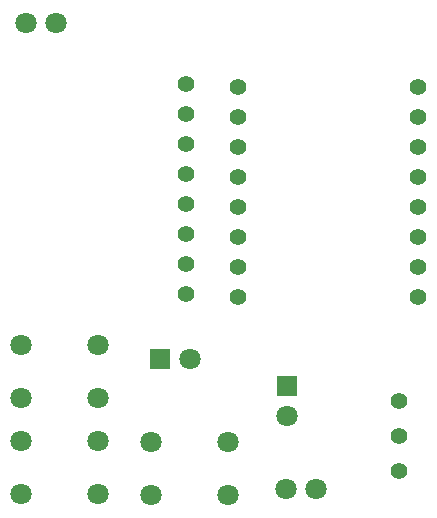
<source format=gbr>
%TF.GenerationSoftware,KiCad,Pcbnew,9.0.4+1*%
%TF.CreationDate,2025-09-23T18:14:49+02:00*%
%TF.ProjectId,PCB,5043422e-6b69-4636-9164-5f7063625858,rev?*%
%TF.SameCoordinates,Original*%
%TF.FileFunction,Soldermask,Top*%
%TF.FilePolarity,Negative*%
%FSLAX46Y46*%
G04 Gerber Fmt 4.6, Leading zero omitted, Abs format (unit mm)*
G04 Created by KiCad (PCBNEW 9.0.4+1) date 2025-09-23 18:14:49*
%MOMM*%
%LPD*%
G01*
G04 APERTURE LIST*
%ADD10C,1.800000*%
%ADD11C,1.400000*%
%ADD12R,1.800000X1.800000*%
G04 APERTURE END LIST*
D10*
%TO.C,J1*%
X-209540000Y12500000D03*
X-207000000Y12500000D03*
%TD*%
%TO.C,J2*%
X-187540000Y-27000000D03*
X-185000000Y-27000000D03*
%TD*%
D11*
%TO.C,U1*%
X-176385000Y-10755000D03*
X-176385000Y-8215000D03*
X-176385000Y-5675000D03*
X-176385000Y-3135000D03*
X-176385000Y1945000D03*
X-176385000Y-595000D03*
X-191625000Y7025000D03*
X-176385000Y7025000D03*
X-191625000Y4485000D03*
X-191625000Y1945000D03*
X-191625000Y-595000D03*
X-191625000Y-3135000D03*
X-191625000Y-5675000D03*
X-191625000Y-8215000D03*
X-191625000Y-10755000D03*
X-176385000Y4485000D03*
%TD*%
%TO.C,SW4*%
X-178000000Y-19500000D03*
X-178000000Y-22500000D03*
X-178000000Y-25500000D03*
%TD*%
D10*
%TO.C,SW2*%
X-203500000Y-22900000D03*
X-210000000Y-22900000D03*
X-210000000Y-27400000D03*
X-203500000Y-27400000D03*
%TD*%
D11*
%TO.C,U2*%
X-196000000Y-10500000D03*
X-196000000Y-7960000D03*
X-196000000Y-5420000D03*
X-196000000Y-2880000D03*
X-196000000Y-340000D03*
X-196000000Y2200000D03*
X-196000000Y4740000D03*
X-196000000Y7280000D03*
%TD*%
D10*
%TO.C,SW3*%
X-192500000Y-23000000D03*
X-199000000Y-23000000D03*
X-199000000Y-27500000D03*
X-192500000Y-27500000D03*
%TD*%
D12*
%TO.C,D1*%
X-198270000Y-16000000D03*
D10*
X-195730000Y-16000000D03*
%TD*%
D12*
%TO.C,D2*%
X-187500000Y-18230000D03*
D10*
X-187500000Y-20770000D03*
%TD*%
%TO.C,SW1*%
X-203500000Y-14800000D03*
X-210000000Y-14800000D03*
X-210000000Y-19300000D03*
X-203500000Y-19300000D03*
%TD*%
M02*

</source>
